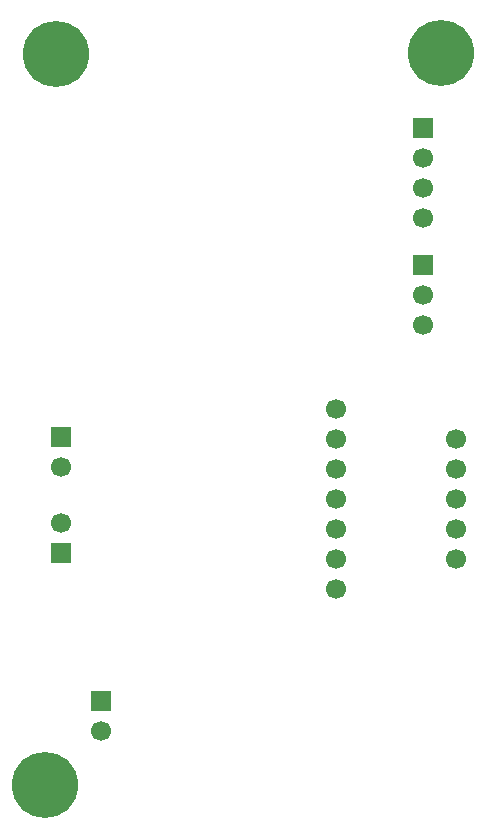
<source format=gbr>
%TF.GenerationSoftware,KiCad,Pcbnew,9.0.2-9.0.2-0~ubuntu24.04.1*%
%TF.CreationDate,2025-06-12T20:24:44+02:00*%
%TF.ProjectId,PCB_Robot,5043425f-526f-4626-9f74-2e6b69636164,rev?*%
%TF.SameCoordinates,Original*%
%TF.FileFunction,Soldermask,Bot*%
%TF.FilePolarity,Negative*%
%FSLAX46Y46*%
G04 Gerber Fmt 4.6, Leading zero omitted, Abs format (unit mm)*
G04 Created by KiCad (PCBNEW 9.0.2-9.0.2-0~ubuntu24.04.1) date 2025-06-12 20:24:44*
%MOMM*%
%LPD*%
G01*
G04 APERTURE LIST*
%ADD10C,5.600000*%
%ADD11C,1.700000*%
%ADD12R,1.700000X1.700000*%
G04 APERTURE END LIST*
D10*
%TO.C,REF\u002A\u002A*%
X116230400Y-136804400D03*
%TD*%
%TO.C,REF\u002A\u002A*%
X149758400Y-74828400D03*
%TD*%
%TO.C,REF\u002A\u002A*%
X117195600Y-74930000D03*
%TD*%
D11*
%TO.C,J1*%
X148250000Y-88790000D03*
X148250000Y-86250000D03*
X148250000Y-83710000D03*
D12*
X148250000Y-81170000D03*
%TD*%
%TO.C,JP1*%
X148300000Y-92770000D03*
D11*
X148300000Y-95310000D03*
X148300000Y-97850000D03*
%TD*%
%TO.C,U3*%
X140920000Y-104980000D03*
X140920000Y-107520000D03*
X140920000Y-110060000D03*
X140920000Y-112600000D03*
X140920000Y-115140000D03*
X140920000Y-117680000D03*
X140920000Y-120220000D03*
X151080000Y-107520000D03*
X151080000Y-110060000D03*
X151080000Y-112600000D03*
X151080000Y-115140000D03*
X151080000Y-117680000D03*
%TD*%
D12*
%TO.C,J3*%
X117600000Y-107325000D03*
D11*
X117600000Y-109865000D03*
%TD*%
D12*
%TO.C,J2*%
X121000000Y-129700000D03*
D11*
X121000000Y-132240000D03*
%TD*%
D12*
%TO.C,J4*%
X117600000Y-117140000D03*
D11*
X117600000Y-114600000D03*
%TD*%
M02*

</source>
